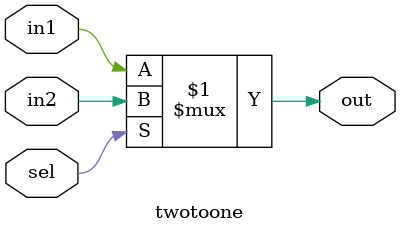
<source format=v>
module twotoone(
input in1,in2,
input sel,
output out
);


assign out =sel? in2:in1; //using conditional operator


endmodule

</source>
